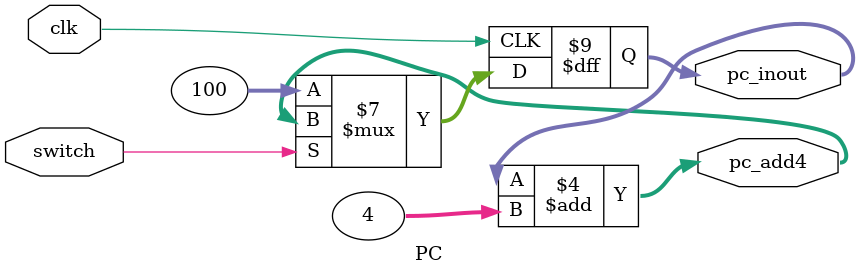
<source format=v>
`timescale 1ns / 1ps


module PC(
    input clk, switch,
    output reg [31:0] pc_inout,
    output reg [31:0] pc_add4
    );
    
    initial
    begin
        pc_inout = 32'd100;
    end
    
    always @(posedge clk)
    begin
        if (switch == 1)
            pc_inout <= pc_add4;
        else
            pc_inout = 32'd100;
    end
    
    always @(pc_inout)
    begin
        pc_add4 = pc_inout + 32'd4;
    end
endmodule

</source>
